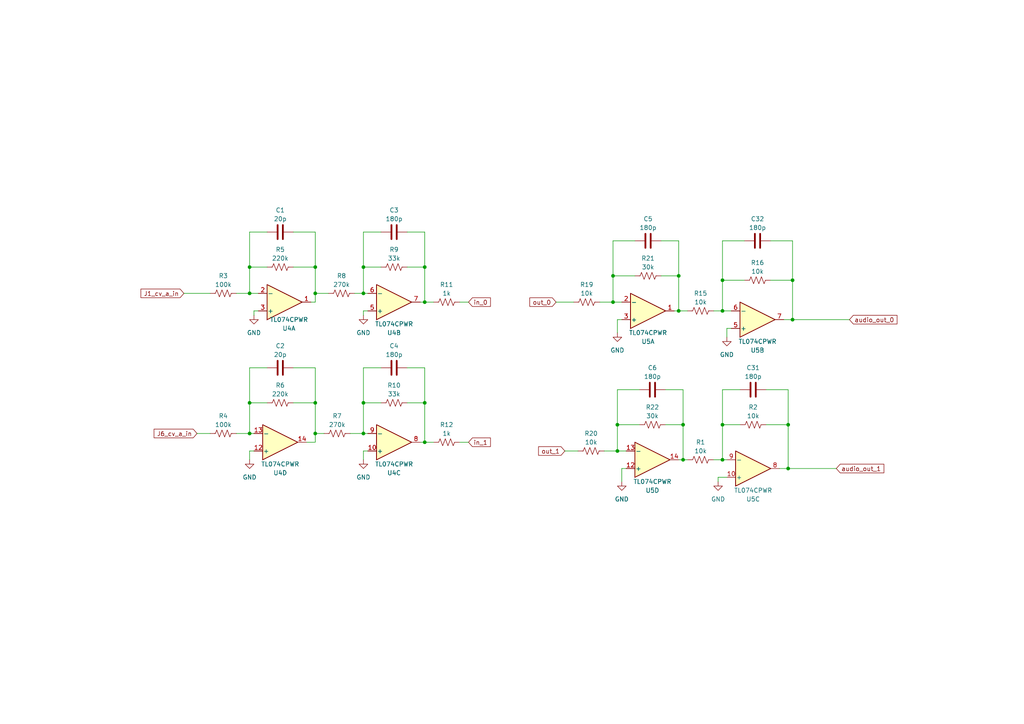
<source format=kicad_sch>
(kicad_sch (version 20231120) (generator "eeschema") (generator_version "8.0")
  (paper "A4")
  (lib_symbols
    (symbol "Amplifier_Operational:TL074" (pin_names (offset 0.127))
      (property "Reference" "U" (at 0 5.08 0))
      (property "Value" "TL074" (at 0 -5.08 0))
      (symbol "TL074_1_1"
        (polyline (pts (xy -5.08 5.08) (xy 5.08 0) (xy -5.08 -5.08) (xy -5.08 5.08)) (stroke (width 0.254)) (fill (type background)))
        (pin output line (at 7.62 0 180) (length 2.54) (name "~") (number "1"))
        (pin input line (at -7.62 -2.54 0) (length 2.54) (name "-") (number "2"))
        (pin input line (at -7.62 2.54 0) (length 2.54) (name "+") (number "3"))
      )
      (symbol "TL074_2_1"
        (polyline (pts (xy -5.08 5.08) (xy 5.08 0) (xy -5.08 -5.08) (xy -5.08 5.08)) (stroke (width 0.254)) (fill (type background)))
        (pin input line (at -7.62 2.54 0) (length 2.54) (name "+") (number "5"))
        (pin input line (at -7.62 -2.54 0) (length 2.54) (name "-") (number "6"))
        (pin output line (at 7.62 0 180) (length 2.54) (name "~") (number "7"))
      )
      (symbol "TL074_3_1"
        (polyline (pts (xy -5.08 5.08) (xy 5.08 0) (xy -5.08 -5.08) (xy -5.08 5.08)) (stroke (width 0.254)) (fill (type background)))
        (pin input line (at -7.62 2.54 0) (length 2.54) (name "+") (number "10"))
        (pin output line (at 7.62 0 180) (length 2.54) (name "~") (number "8"))
        (pin input line (at -7.62 -2.54 0) (length 2.54) (name "-") (number "9"))
      )
      (symbol "TL074_4_1"
        (polyline (pts (xy -5.08 5.08) (xy 5.08 0) (xy -5.08 -5.08) (xy -5.08 5.08)) (stroke (width 0.254)) (fill (type background)))
        (pin input line (at -7.62 2.54 0) (length 2.54) (name "+") (number "12"))
        (pin input line (at -7.62 -2.54 0) (length 2.54) (name "-") (number "13"))
        (pin output line (at 7.62 0 180) (length 2.54) (name "~") (number "14"))
      )
      (symbol "TL074_5_1"
        (pin power_in line (at -2.54 -7.62 90) (length 3.81) (name "V-") (number "11"))
        (pin power_in line (at -2.54 7.62 270) (length 3.81) (name "V+") (number "4"))
      )
    )
    (symbol "Device:C" (pin_numbers hide) (pin_names (offset 0.254))
      (property "Reference" "C" (at 0.635 2.54 0))
      (property "Value" "C" (at 0.635 -2.54 0))
      (symbol "C_0_1"
        (polyline (pts (xy -2.032 -0.762) (xy 2.032 -0.762)) (stroke (width 0.508)))
        (polyline (pts (xy -2.032 0.762) (xy 2.032 0.762)) (stroke (width 0.508)))
      )
      (symbol "C_1_1"
        (pin passive line (at 0 3.81 270) (length 2.794) (name "~") (number "1"))
        (pin passive line (at 0 -3.81 90) (length 2.794) (name "~") (number "2"))
      )
    )
    (symbol "Device:R_US" (pin_numbers hide) (pin_names (offset 0))
      (property "Reference" "R" (at 2.54 0 90))
      (property "Value" "R_US" (at -2.54 0 90))
      (symbol "R_US_0_1"
        (polyline (pts (xy 0 -2.286) (xy 0 -2.54)))
        (polyline (pts (xy 0 2.286) (xy 0 2.54)))
        (polyline (pts (xy 0 -0.762) (xy 1.016 -1.143) (xy 0 -1.524) (xy -1.016 -1.905) (xy 0 -2.286)))
        (polyline (pts (xy 0 0.762) (xy 1.016 0.381) (xy 0 0) (xy -1.016 -0.381) (xy 0 -0.762)))
        (polyline (pts (xy 0 2.286) (xy 1.016 1.905) (xy 0 1.524) (xy -1.016 1.143) (xy 0 0.762)))
      )
      (symbol "R_US_1_1"
        (pin passive line (at 0 3.81 270) (length 1.27) (name "~") (number "1"))
        (pin passive line (at 0 -3.81 90) (length 1.27) (name "~") (number "2"))
      )
    )
    (symbol "power:GND" (power) (pin_names (offset 0))
      (property "Value" "GND" (at 0 -3.81 0))
      (symbol "GND_0_1"
        (polyline (pts (xy 0 0) (xy 0 -1.27) (xy 1.27 -1.27) (xy 0 -2.54) (xy -1.27 -1.27) (xy 0 -1.27)))
      )
      (symbol "GND_1_1"
        (pin power_in line (at 0 0 270) (length 0) hide (name "GND") (number "1"))
      )
    )
  )
  (junction (at 198.12 133.35))
  (junction (at 91.44 77.47))
  (junction (at 72.39 77.47))
  (junction (at 179.07 123.19))
  (junction (at 105.41 85.09))
  (junction (at 177.8 87.63))
  (junction (at 105.41 125.73))
  (junction (at 123.19 77.47))
  (junction (at 209.55 133.35))
  (junction (at 123.19 87.63))
  (junction (at 179.07 130.81))
  (junction (at 209.55 81.28))
  (junction (at 72.39 116.84))
  (junction (at 91.44 85.09))
  (junction (at 209.55 90.17))
  (junction (at 91.44 125.73))
  (junction (at 228.6 123.19))
  (junction (at 196.85 90.17))
  (junction (at 209.55 123.19))
  (junction (at 196.85 80.01))
  (junction (at 229.87 92.71))
  (junction (at 105.41 77.47))
  (junction (at 123.19 116.84))
  (junction (at 123.19 128.27))
  (junction (at 72.39 85.09))
  (junction (at 228.6 135.89))
  (junction (at 177.8 80.01))
  (junction (at 229.87 81.28))
  (junction (at 91.44 116.84))
  (junction (at 198.12 123.19))
  (junction (at 105.41 116.84))
  (junction (at 72.39 125.73))
  (wire (pts (xy 110.49 106.68) (xy 105.41 106.68)))
  (wire (pts (xy 191.77 80.01) (xy 196.85 80.01)))
  (wire (pts (xy 209.55 90.17) (xy 212.09 90.17)))
  (wire (pts (xy 73.66 91.44) (xy 73.66 90.17)))
  (wire (pts (xy 209.55 133.35) (xy 209.55 123.19)))
  (wire (pts (xy 198.12 133.35) (xy 199.39 133.35)))
  (wire (pts (xy 180.34 139.7) (xy 180.34 135.89)))
  (wire (pts (xy 214.63 113.03) (xy 209.55 113.03)))
  (wire (pts (xy 228.6 113.03) (xy 228.6 123.19)))
  (wire (pts (xy 209.55 81.28) (xy 215.9 81.28)))
  (wire (pts (xy 196.85 90.17) (xy 195.58 90.17)))
  (wire (pts (xy 123.19 128.27) (xy 121.92 128.27)))
  (wire (pts (xy 123.19 128.27) (xy 125.73 128.27)))
  (wire (pts (xy 179.07 123.19) (xy 179.07 130.81)))
  (wire (pts (xy 101.6 125.73) (xy 105.41 125.73)))
  (wire (pts (xy 105.41 85.09) (xy 106.68 85.09)))
  (wire (pts (xy 179.07 92.71) (xy 180.34 92.71)))
  (wire (pts (xy 123.19 106.68) (xy 123.19 116.84)))
  (wire (pts (xy 91.44 106.68) (xy 91.44 116.84)))
  (wire (pts (xy 77.47 106.68) (xy 72.39 106.68)))
  (wire (pts (xy 105.41 116.84) (xy 105.41 125.73)))
  (wire (pts (xy 175.26 130.81) (xy 179.07 130.81)))
  (wire (pts (xy 57.15 125.73) (xy 60.96 125.73)))
  (wire (pts (xy 91.44 67.31) (xy 91.44 77.47)))
  (wire (pts (xy 185.42 113.03) (xy 179.07 113.03)))
  (wire (pts (xy 229.87 81.28) (xy 229.87 92.71)))
  (wire (pts (xy 210.82 97.79) (xy 210.82 95.25)))
  (wire (pts (xy 91.44 85.09) (xy 95.25 85.09)))
  (wire (pts (xy 91.44 125.73) (xy 93.98 125.73)))
  (wire (pts (xy 185.42 123.19) (xy 179.07 123.19)))
  (wire (pts (xy 73.66 90.17) (xy 74.93 90.17)))
  (wire (pts (xy 161.29 87.63) (xy 166.37 87.63)))
  (wire (pts (xy 209.55 81.28) (xy 209.55 90.17)))
  (wire (pts (xy 193.04 123.19) (xy 198.12 123.19)))
  (wire (pts (xy 105.41 106.68) (xy 105.41 116.84)))
  (wire (pts (xy 196.85 80.01) (xy 196.85 90.17)))
  (wire (pts (xy 85.09 77.47) (xy 91.44 77.47)))
  (wire (pts (xy 123.19 87.63) (xy 125.73 87.63)))
  (wire (pts (xy 215.9 69.85) (xy 209.55 69.85)))
  (wire (pts (xy 118.11 77.47) (xy 123.19 77.47)))
  (wire (pts (xy 91.44 77.47) (xy 91.44 85.09)))
  (wire (pts (xy 196.85 90.17) (xy 199.39 90.17)))
  (wire (pts (xy 208.28 138.43) (xy 210.82 138.43)))
  (wire (pts (xy 105.41 125.73) (xy 106.68 125.73)))
  (wire (pts (xy 208.28 139.7) (xy 208.28 138.43)))
  (wire (pts (xy 209.55 113.03) (xy 209.55 123.19)))
  (wire (pts (xy 229.87 92.71) (xy 246.38 92.71)))
  (wire (pts (xy 91.44 85.09) (xy 91.44 87.63)))
  (wire (pts (xy 72.39 130.81) (xy 73.66 130.81)))
  (wire (pts (xy 229.87 69.85) (xy 229.87 81.28)))
  (wire (pts (xy 209.55 123.19) (xy 214.63 123.19)))
  (wire (pts (xy 72.39 77.47) (xy 72.39 85.09)))
  (wire (pts (xy 102.87 85.09) (xy 105.41 85.09)))
  (wire (pts (xy 72.39 116.84) (xy 72.39 125.73)))
  (wire (pts (xy 222.25 113.03) (xy 228.6 113.03)))
  (wire (pts (xy 72.39 116.84) (xy 77.47 116.84)))
  (wire (pts (xy 91.44 125.73) (xy 91.44 128.27)))
  (wire (pts (xy 72.39 67.31) (xy 72.39 77.47)))
  (wire (pts (xy 177.8 80.01) (xy 177.8 69.85)))
  (wire (pts (xy 123.19 77.47) (xy 123.19 87.63)))
  (wire (pts (xy 222.25 123.19) (xy 228.6 123.19)))
  (wire (pts (xy 105.41 77.47) (xy 105.41 85.09)))
  (wire (pts (xy 105.41 130.81) (xy 106.68 130.81)))
  (wire (pts (xy 228.6 135.89) (xy 242.57 135.89)))
  (wire (pts (xy 123.19 67.31) (xy 123.19 77.47)))
  (wire (pts (xy 77.47 67.31) (xy 72.39 67.31)))
  (wire (pts (xy 209.55 69.85) (xy 209.55 81.28)))
  (wire (pts (xy 118.11 67.31) (xy 123.19 67.31)))
  (wire (pts (xy 91.44 116.84) (xy 91.44 125.73)))
  (wire (pts (xy 184.15 80.01) (xy 177.8 80.01)))
  (wire (pts (xy 105.41 133.35) (xy 105.41 130.81)))
  (wire (pts (xy 198.12 123.19) (xy 198.12 133.35)))
  (wire (pts (xy 198.12 113.03) (xy 198.12 123.19)))
  (wire (pts (xy 110.49 116.84) (xy 105.41 116.84)))
  (wire (pts (xy 68.58 125.73) (xy 72.39 125.73)))
  (wire (pts (xy 223.52 81.28) (xy 229.87 81.28)))
  (wire (pts (xy 88.9 128.27) (xy 91.44 128.27)))
  (wire (pts (xy 177.8 69.85) (xy 184.15 69.85)))
  (wire (pts (xy 85.09 106.68) (xy 91.44 106.68)))
  (wire (pts (xy 177.8 80.01) (xy 177.8 87.63)))
  (wire (pts (xy 105.41 67.31) (xy 105.41 77.47)))
  (wire (pts (xy 123.19 116.84) (xy 123.19 128.27)))
  (wire (pts (xy 72.39 77.47) (xy 77.47 77.47)))
  (wire (pts (xy 72.39 106.68) (xy 72.39 116.84)))
  (wire (pts (xy 72.39 85.09) (xy 74.93 85.09)))
  (wire (pts (xy 196.85 69.85) (xy 196.85 80.01)))
  (wire (pts (xy 173.99 87.63) (xy 177.8 87.63)))
  (wire (pts (xy 228.6 123.19) (xy 228.6 135.89)))
  (wire (pts (xy 163.83 130.81) (xy 167.64 130.81)))
  (wire (pts (xy 72.39 125.73) (xy 73.66 125.73)))
  (wire (pts (xy 207.01 133.35) (xy 209.55 133.35)))
  (wire (pts (xy 110.49 67.31) (xy 105.41 67.31)))
  (wire (pts (xy 207.01 90.17) (xy 209.55 90.17)))
  (wire (pts (xy 118.11 116.84) (xy 123.19 116.84)))
  (wire (pts (xy 91.44 87.63) (xy 90.17 87.63)))
  (wire (pts (xy 179.07 96.52) (xy 179.07 92.71)))
  (wire (pts (xy 53.34 85.09) (xy 60.96 85.09)))
  (wire (pts (xy 228.6 135.89) (xy 226.06 135.89)))
  (wire (pts (xy 133.35 87.63) (xy 135.89 87.63)))
  (wire (pts (xy 68.58 85.09) (xy 72.39 85.09)))
  (wire (pts (xy 118.11 106.68) (xy 123.19 106.68)))
  (wire (pts (xy 180.34 135.89) (xy 181.61 135.89)))
  (wire (pts (xy 72.39 133.35) (xy 72.39 130.81)))
  (wire (pts (xy 177.8 87.63) (xy 180.34 87.63)))
  (wire (pts (xy 198.12 133.35) (xy 196.85 133.35)))
  (wire (pts (xy 106.68 90.17) (xy 105.41 90.17)))
  (wire (pts (xy 85.09 67.31) (xy 91.44 67.31)))
  (wire (pts (xy 179.07 113.03) (xy 179.07 123.19)))
  (wire (pts (xy 227.33 92.71) (xy 229.87 92.71)))
  (wire (pts (xy 191.77 69.85) (xy 196.85 69.85)))
  (wire (pts (xy 123.19 87.63) (xy 121.92 87.63)))
  (wire (pts (xy 133.35 128.27) (xy 135.89 128.27)))
  (wire (pts (xy 179.07 130.81) (xy 181.61 130.81)))
  (wire (pts (xy 223.52 69.85) (xy 229.87 69.85)))
  (wire (pts (xy 110.49 77.47) (xy 105.41 77.47)))
  (wire (pts (xy 209.55 133.35) (xy 210.82 133.35)))
  (wire (pts (xy 193.04 113.03) (xy 198.12 113.03)))
  (wire (pts (xy 85.09 116.84) (xy 91.44 116.84)))
  (wire (pts (xy 210.82 95.25) (xy 212.09 95.25)))
  (wire (pts (xy 105.41 90.17) (xy 105.41 91.44)))
  (global_label "audio_out_0" (shape input) (at 246.38 92.71 0) (property "Intersheetrefs" "${INTERSHEET_REFS}" (effects (hide yes))))
  (global_label "out_0" (shape input) (at 161.29 87.63 180) (property "Intersheetrefs" "${INTERSHEET_REFS}" (effects (hide yes))))
  (global_label "in_1" (shape input) (at 135.89 128.27 0) (property "Intersheetrefs" "${INTERSHEET_REFS}" (effects (hide yes))))
  (global_label "J6_cv_a_in" (shape input) (at 57.15 125.73 180) (property "Intersheetrefs" "${INTERSHEET_REFS}" (effects (hide yes))))
  (global_label "J1_cv_a_in" (shape input) (at 53.34 85.09 180) (property "Intersheetrefs" "${INTERSHEET_REFS}" (effects (hide yes))))
  (global_label "in_0" (shape input) (at 135.89 87.63 0) (property "Intersheetrefs" "${INTERSHEET_REFS}" (effects (hide yes))))
  (global_label "out_1" (shape input) (at 163.83 130.81 180) (property "Intersheetrefs" "${INTERSHEET_REFS}" (effects (hide yes))))
  (global_label "audio_out_1" (shape input) (at 242.57 135.89 0) (property "Intersheetrefs" "${INTERSHEET_REFS}" (effects (hide yes))))
  (symbol (lib_id "Device:C") (at 81.28 67.31 270) (unit 1)
    (property "Reference" "C1" (at 81.28 60.96 90))
    (property "Value" "20p" (at 81.28 63.5 90))
    (property "Footprint" "Capacitor_SMD:C_0603_1608Metric" (effects (hide yes)))
  )
  (symbol (lib_id "power:GND") (at 72.39 133.35 0) (unit 1)
    (property "Reference" "#PWR025" (effects (hide yes)))
    (property "Value" "GND" (at 72.39 138.43 0))
  )
  (symbol (lib_id "Device:R_US") (at 171.45 130.81 90) (unit 1)
    (property "Reference" "R20" (at 171.45 125.73 90))
    (property "Value" "10k" (at 171.45 128.27 90))
    (property "Footprint" "Resistor_SMD:R_0603_1608Metric" (effects (hide yes)))
  )
  (symbol (lib_id "Device:R_US") (at 187.96 80.01 90) (unit 1)
    (property "Reference" "R21" (at 187.96 74.93 90))
    (property "Value" "30k" (at 187.96 77.47 90))
    (property "Footprint" "Resistor_SMD:R_0603_1608Metric" (effects (hide yes)))
  )
  (symbol (lib_id "Amplifier_Operational:TL074") (at 114.3 87.63 0) (mirror x) (unit 2)
    (property "Reference" "U4" (at 114.3 96.52 0))
    (property "Value" "TL074CPWR" (at 114.3 93.98 0))
    (property "Footprint" "Package_SO:TSSOP-14_4.4x5mm_P0.65mm" (effects (hide yes)))
    (property "Datasheet" "http://www.ti.com/lit/ds/symlink/tl071.pdf" (effects (hide yes)))
  )
  (symbol (lib_id "Device:C") (at 218.44 113.03 270) (unit 1)
    (property "Reference" "C31" (at 218.44 106.68 90))
    (property "Value" "180p" (at 218.44 109.22 90))
    (property "Footprint" "Capacitor_SMD:C_0603_1608Metric" (effects (hide yes)))
  )
  (symbol (lib_id "power:GND") (at 105.41 133.35 0) (unit 1)
    (property "Reference" "#PWR028" (effects (hide yes)))
    (property "Value" "GND" (at 105.41 138.43 0))
  )
  (symbol (lib_id "Device:R_US") (at 114.3 77.47 90) (unit 1)
    (property "Reference" "R9" (at 114.3 72.39 90))
    (property "Value" "33k" (at 114.3 74.93 90))
    (property "Footprint" "Resistor_SMD:R_0603_1608Metric" (effects (hide yes)))
  )
  (symbol (lib_id "Device:R_US") (at 81.28 77.47 90) (unit 1)
    (property "Reference" "R5" (at 81.28 72.39 90))
    (property "Value" "220k" (at 81.28 74.93 90))
    (property "Footprint" "Resistor_SMD:R_0603_1608Metric" (effects (hide yes)))
  )
  (symbol (lib_id "Device:C") (at 114.3 106.68 270) (unit 1)
    (property "Reference" "C4" (at 114.3 100.33 90))
    (property "Value" "180p" (at 114.3 102.87 90))
    (property "Footprint" "Capacitor_SMD:C_0603_1608Metric" (effects (hide yes)))
  )
  (symbol (lib_id "Device:R_US") (at 203.2 133.35 90) (unit 1)
    (property "Reference" "R1" (at 203.2 128.27 90))
    (property "Value" "10k" (at 203.2 130.81 90))
    (property "Footprint" "Resistor_SMD:R_0603_1608Metric" (effects (hide yes)))
  )
  (symbol (lib_id "Device:R_US") (at 189.23 123.19 90) (unit 1)
    (property "Reference" "R22" (at 189.23 118.11 90))
    (property "Value" "30k" (at 189.23 120.65 90))
    (property "Footprint" "Resistor_SMD:R_0603_1608Metric" (effects (hide yes)))
  )
  (symbol (lib_id "Device:R_US") (at 97.79 125.73 90) (unit 1)
    (property "Reference" "R7" (at 97.79 120.65 90))
    (property "Value" "270k" (at 97.79 123.19 90))
    (property "Footprint" "Resistor_SMD:R_0603_1608Metric" (effects (hide yes)))
  )
  (symbol (lib_id "Device:R_US") (at 81.28 116.84 90) (unit 1)
    (property "Reference" "R6" (at 81.28 111.76 90))
    (property "Value" "220k" (at 81.28 114.3 90))
    (property "Footprint" "Resistor_SMD:R_0603_1608Metric" (effects (hide yes)))
  )
  (symbol (lib_id "power:GND") (at 210.82 97.79 0) (unit 1)
    (property "Reference" "#PWR093" (effects (hide yes)))
    (property "Value" "GND" (at 210.82 102.87 0))
  )
  (symbol (lib_id "Device:R_US") (at 203.2 90.17 90) (unit 1)
    (property "Reference" "R15" (at 203.2 85.09 90))
    (property "Value" "10k" (at 203.2 87.63 90))
    (property "Footprint" "Resistor_SMD:R_0603_1608Metric" (effects (hide yes)))
  )
  (symbol (lib_id "Device:C") (at 189.23 113.03 270) (unit 1)
    (property "Reference" "C6" (at 189.23 106.68 90))
    (property "Value" "180p" (at 189.23 109.22 90))
    (property "Footprint" "Capacitor_SMD:C_0603_1608Metric" (effects (hide yes)))
  )
  (symbol (lib_id "power:GND") (at 208.28 139.7 0) (unit 1)
    (property "Reference" "#PWR090" (effects (hide yes)))
    (property "Value" "GND" (at 208.28 144.78 0))
  )
  (symbol (lib_id "Device:R_US") (at 99.06 85.09 90) (unit 1)
    (property "Reference" "R8" (at 99.06 80.01 90))
    (property "Value" "270k" (at 99.06 82.55 90))
    (property "Footprint" "Resistor_SMD:R_0603_1608Metric" (effects (hide yes)))
  )
  (symbol (lib_id "Device:R_US") (at 114.3 116.84 90) (unit 1)
    (property "Reference" "R10" (at 114.3 111.76 90))
    (property "Value" "33k" (at 114.3 114.3 90))
    (property "Footprint" "Resistor_SMD:R_0603_1608Metric" (effects (hide yes)))
  )
  (symbol (lib_id "power:GND") (at 179.07 96.52 0) (unit 1)
    (property "Reference" "#PWR034" (effects (hide yes)))
    (property "Value" "GND" (at 179.07 101.6 0))
  )
  (symbol (lib_id "Device:C") (at 81.28 106.68 270) (unit 1)
    (property "Reference" "C2" (at 81.28 100.33 90))
    (property "Value" "20p" (at 81.28 102.87 90))
    (property "Footprint" "Capacitor_SMD:C_0603_1608Metric" (effects (hide yes)))
  )
  (symbol (lib_id "power:GND") (at 105.41 91.44 0) (unit 1)
    (property "Reference" "#PWR027" (effects (hide yes)))
    (property "Value" "GND" (at 105.41 96.52 0))
  )
  (symbol (lib_id "Device:R_US") (at 218.44 123.19 90) (unit 1)
    (property "Reference" "R2" (at 218.44 118.11 90))
    (property "Value" "10k" (at 218.44 120.65 90))
    (property "Footprint" "Resistor_SMD:R_0603_1608Metric" (effects (hide yes)))
  )
  (symbol (lib_id "power:GND") (at 180.34 139.7 0) (unit 1)
    (property "Reference" "#PWR033" (effects (hide yes)))
    (property "Value" "GND" (at 180.34 144.78 0))
  )
  (symbol (lib_id "Amplifier_Operational:TL074") (at 81.28 128.27 0) (mirror x) (unit 4)
    (property "Reference" "U4" (at 81.28 137.16 0))
    (property "Value" "TL074CPWR" (at 81.28 134.62 0))
    (property "Footprint" "Package_SO:TSSOP-14_4.4x5mm_P0.65mm" (effects (hide yes)))
    (property "Datasheet" "http://www.ti.com/lit/ds/symlink/tl071.pdf" (effects (hide yes)))
  )
  (symbol (lib_id "Device:R_US") (at 129.54 128.27 90) (unit 1)
    (property "Reference" "R12" (at 129.54 123.19 90))
    (property "Value" "1k" (at 129.54 125.73 90))
    (property "Footprint" "Resistor_SMD:R_0603_1608Metric" (effects (hide yes)))
  )
  (symbol (lib_id "Amplifier_Operational:TL074") (at 114.3 128.27 0) (mirror x) (unit 3)
    (property "Reference" "U4" (at 114.3 137.16 0))
    (property "Value" "TL074CPWR" (at 114.3 134.62 0))
    (property "Footprint" "Package_SO:TSSOP-14_4.4x5mm_P0.65mm" (effects (hide yes)))
    (property "Datasheet" "http://www.ti.com/lit/ds/symlink/tl071.pdf" (effects (hide yes)))
  )
  (symbol (lib_id "Device:C") (at 219.71 69.85 270) (unit 1)
    (property "Reference" "C32" (at 219.71 63.5 90))
    (property "Value" "180p" (at 219.71 66.04 90))
    (property "Footprint" "Capacitor_SMD:C_0603_1608Metric" (effects (hide yes)))
  )
  (symbol (lib_id "Device:R_US") (at 170.18 87.63 90) (unit 1)
    (property "Reference" "R19" (at 170.18 82.55 90))
    (property "Value" "10k" (at 170.18 85.09 90))
    (property "Footprint" "Resistor_SMD:R_0603_1608Metric" (effects (hide yes)))
  )
  (symbol (lib_id "Device:R_US") (at 64.77 85.09 90) (unit 1)
    (property "Reference" "R3" (at 64.77 80.01 90))
    (property "Value" "100k" (at 64.77 82.55 90))
    (property "Footprint" "Resistor_SMD:R_0603_1608Metric" (effects (hide yes)))
  )
  (symbol (lib_id "Device:R_US") (at 219.71 81.28 90) (unit 1)
    (property "Reference" "R16" (at 219.71 76.2 90))
    (property "Value" "10k" (at 219.71 78.74 90))
    (property "Footprint" "Resistor_SMD:R_0603_1608Metric" (effects (hide yes)))
  )
  (symbol (lib_id "Amplifier_Operational:TL074") (at 218.44 135.89 0) (mirror x) (unit 3)
    (property "Reference" "U5" (at 218.44 144.78 0))
    (property "Value" "TL074CPWR" (at 218.44 142.24 0))
    (property "Footprint" "Package_SO:TSSOP-14_4.4x5mm_P0.65mm" (effects (hide yes)))
    (property "Datasheet" "http://www.ti.com/lit/ds/symlink/tl071.pdf" (effects (hide yes)))
  )
  (symbol (lib_id "Device:C") (at 187.96 69.85 270) (unit 1)
    (property "Reference" "C5" (at 187.96 63.5 90))
    (property "Value" "180p" (at 187.96 66.04 90))
    (property "Footprint" "Capacitor_SMD:C_0603_1608Metric" (effects (hide yes)))
  )
  (symbol (lib_id "power:GND") (at 73.66 91.44 0) (unit 1)
    (property "Reference" "#PWR026" (effects (hide yes)))
    (property "Value" "GND" (at 73.66 96.52 0))
  )
  (symbol (lib_id "Amplifier_Operational:TL074") (at 187.96 90.17 0) (mirror x) (unit 1)
    (property "Reference" "U5" (at 187.96 99.06 0))
    (property "Value" "TL074CPWR" (at 187.96 96.52 0))
    (property "Footprint" "Package_SO:TSSOP-14_4.4x5mm_P0.65mm" (effects (hide yes)))
    (property "Datasheet" "http://www.ti.com/lit/ds/symlink/tl071.pdf" (effects (hide yes)))
  )
  (symbol (lib_id "Amplifier_Operational:TL074") (at 219.71 92.71 0) (mirror x) (unit 2)
    (property "Reference" "U5" (at 219.71 101.6 0))
    (property "Value" "TL074CPWR" (at 219.71 99.06 0))
    (property "Footprint" "Package_SO:TSSOP-14_4.4x5mm_P0.65mm" (effects (hide yes)))
    (property "Datasheet" "http://www.ti.com/lit/ds/symlink/tl071.pdf" (effects (hide yes)))
  )
  (symbol (lib_id "Device:C") (at 114.3 67.31 270) (unit 1)
    (property "Reference" "C3" (at 114.3 60.96 90))
    (property "Value" "180p" (at 114.3 63.5 90))
    (property "Footprint" "Capacitor_SMD:C_0603_1608Metric" (effects (hide yes)))
  )
  (symbol (lib_id "Device:R_US") (at 64.77 125.73 90) (unit 1)
    (property "Reference" "R4" (at 64.77 120.65 90))
    (property "Value" "100k" (at 64.77 123.19 90))
    (property "Footprint" "Resistor_SMD:R_0603_1608Metric" (effects (hide yes)))
  )
  (symbol (lib_id "Amplifier_Operational:TL074") (at 82.55 87.63 0) (mirror x) (unit 1)
    (property "Reference" "U4" (at 83.82 95.25 0))
    (property "Value" "TL074CPWR" (at 83.82 92.71 0))
    (property "Footprint" "Package_SO:TSSOP-14_4.4x5mm_P0.65mm" (effects (hide yes)))
    (property "Datasheet" "http://www.ti.com/lit/ds/symlink/tl071.pdf" (effects (hide yes)))
  )
  (symbol (lib_id "Amplifier_Operational:TL074") (at 189.23 133.35 0) (mirror x) (unit 4)
    (property "Reference" "U5" (at 189.23 142.24 0))
    (property "Value" "TL074CPWR" (at 189.23 139.7 0))
    (property "Footprint" "Package_SO:TSSOP-14_4.4x5mm_P0.65mm" (effects (hide yes)))
    (property "Datasheet" "http://www.ti.com/lit/ds/symlink/tl071.pdf" (effects (hide yes)))
  )
  (symbol (lib_id "Device:R_US") (at 129.54 87.63 90) (unit 1)
    (property "Reference" "R11" (at 129.54 82.55 90))
    (property "Value" "1k" (at 129.54 85.09 90))
    (property "Footprint" "Resistor_SMD:R_0603_1608Metric" (effects (hide yes)))
  )
)
</source>
